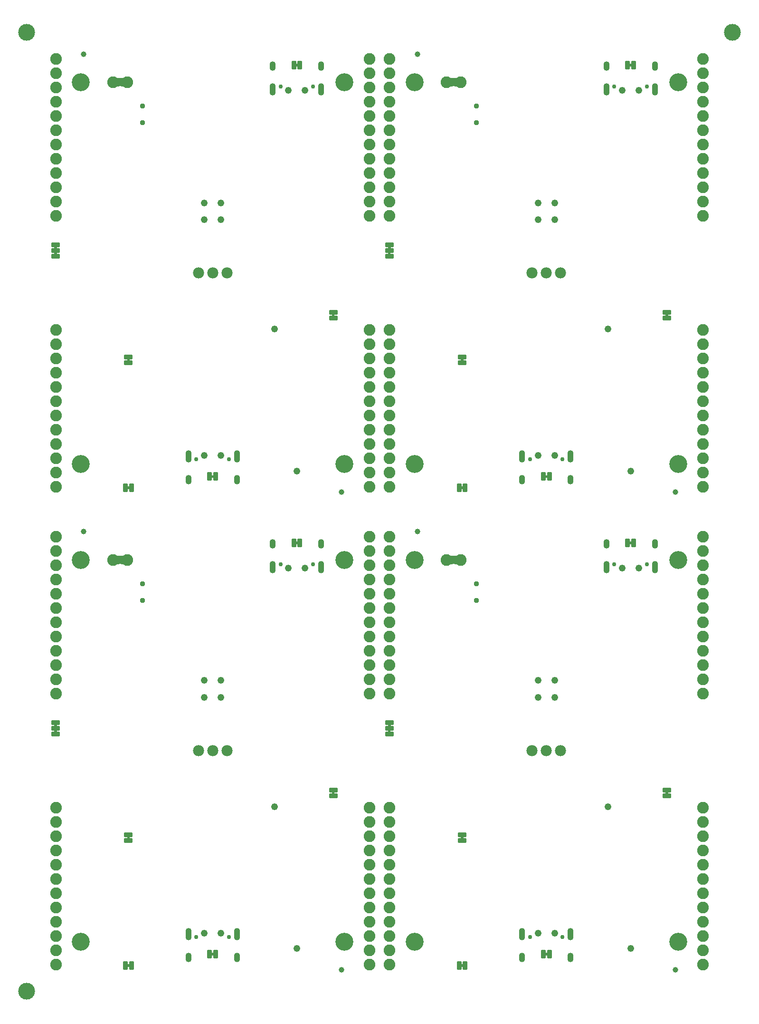
<source format=gbs>
%TF.GenerationSoftware,KiCad,Pcbnew,8.0.5*%
%TF.CreationDate,2024-11-04T11:07:50-07:00*%
%TF.ProjectId,SparkFun_IoT_Node_LoRaWAN_panelized,53706172-6b46-4756-9e5f-496f545f4e6f,v10*%
%TF.SameCoordinates,Original*%
%TF.FileFunction,Soldermask,Bot*%
%TF.FilePolarity,Negative*%
%FSLAX46Y46*%
G04 Gerber Fmt 4.6, Leading zero omitted, Abs format (unit mm)*
G04 Created by KiCad (PCBNEW 8.0.5) date 2024-11-04 11:07:50*
%MOMM*%
%LPD*%
G01*
G04 APERTURE LIST*
G04 Aperture macros list*
%AMRoundRect*
0 Rectangle with rounded corners*
0 $1 Rounding radius*
0 $2 $3 $4 $5 $6 $7 $8 $9 X,Y pos of 4 corners*
0 Add a 4 corners polygon primitive as box body*
4,1,4,$2,$3,$4,$5,$6,$7,$8,$9,$2,$3,0*
0 Add four circle primitives for the rounded corners*
1,1,$1+$1,$2,$3*
1,1,$1+$1,$4,$5*
1,1,$1+$1,$6,$7*
1,1,$1+$1,$8,$9*
0 Add four rect primitives between the rounded corners*
20,1,$1+$1,$2,$3,$4,$5,0*
20,1,$1+$1,$4,$5,$6,$7,0*
20,1,$1+$1,$6,$7,$8,$9,0*
20,1,$1+$1,$8,$9,$2,$3,0*%
G04 Aperture macros list end*
%ADD10C,0.000000*%
%ADD11C,3.200000*%
%ADD12C,2.082800*%
%ADD13C,0.750000*%
%ADD14O,1.100000X1.700000*%
%ADD15O,1.100000X2.200000*%
%ADD16C,1.979600*%
%ADD17C,0.950000*%
%ADD18RoundRect,0.609600X0.000010X0.000010X-0.000010X0.000010X-0.000010X-0.000010X0.000010X-0.000010X0*%
%ADD19RoundRect,0.101600X0.635000X-0.330200X0.635000X0.330200X-0.635000X0.330200X-0.635000X-0.330200X0*%
%ADD20RoundRect,0.101600X-0.635000X0.330200X-0.635000X-0.330200X0.635000X-0.330200X0.635000X0.330200X0*%
%ADD21C,1.000000*%
%ADD22RoundRect,0.101600X0.330200X0.635000X-0.330200X0.635000X-0.330200X-0.635000X0.330200X-0.635000X0*%
%ADD23RoundRect,0.101600X-0.317500X-0.635000X0.317500X-0.635000X0.317500X0.635000X-0.317500X0.635000X0*%
%ADD24C,3.000000*%
%ADD25RoundRect,0.101600X-0.330200X-0.635000X0.330200X-0.635000X0.330200X0.635000X-0.330200X0.635000X0*%
G04 APERTURE END LIST*
D10*
%TO.C,JP7*%
G36*
X31740500Y3225300D02*
G01*
X31259500Y3225300D01*
X31259500Y3733300D01*
X31740500Y3733300D01*
X31740500Y3225300D01*
G37*
G36*
X31763500Y4258000D02*
G01*
X31282500Y4258000D01*
X31282500Y4766000D01*
X31763500Y4766000D01*
X31763500Y4258000D01*
G37*
G36*
X31740500Y88305300D02*
G01*
X31259500Y88305300D01*
X31259500Y88813300D01*
X31740500Y88813300D01*
X31740500Y88305300D01*
G37*
G36*
X31763500Y89338000D02*
G01*
X31282500Y89338000D01*
X31282500Y89846000D01*
X31763500Y89846000D01*
X31763500Y89338000D01*
G37*
G36*
X-27759500Y88305300D02*
G01*
X-28240500Y88305300D01*
X-28240500Y88813300D01*
X-27759500Y88813300D01*
X-27759500Y88305300D01*
G37*
G36*
X-27736500Y89338000D02*
G01*
X-28217500Y89338000D01*
X-28217500Y89846000D01*
X-27736500Y89846000D01*
X-27736500Y89338000D01*
G37*
G36*
X-27759500Y3225300D02*
G01*
X-28240500Y3225300D01*
X-28240500Y3733300D01*
X-27759500Y3733300D01*
X-27759500Y3225300D01*
G37*
G36*
X-27736500Y4258000D02*
G01*
X-28217500Y4258000D01*
X-28217500Y4766000D01*
X-27736500Y4766000D01*
X-27736500Y4258000D01*
G37*
%TO.C,JP1*%
G36*
X254000Y48589500D02*
G01*
X-254000Y48589500D01*
X-254000Y49070500D01*
X254000Y49070500D01*
X254000Y48589500D01*
G37*
G36*
X59754000Y-36490500D02*
G01*
X59246000Y-36490500D01*
X59246000Y-36009500D01*
X59754000Y-36009500D01*
X59754000Y-36490500D01*
G37*
G36*
X59754000Y48589500D02*
G01*
X59246000Y48589500D01*
X59246000Y49070500D01*
X59754000Y49070500D01*
X59754000Y48589500D01*
G37*
G36*
X254000Y-36490500D02*
G01*
X-254000Y-36490500D01*
X-254000Y-36009500D01*
X254000Y-36009500D01*
X254000Y-36490500D01*
G37*
%TO.C,JP2*%
G36*
X-16256000Y118356100D02*
G01*
X-16764000Y118356100D01*
X-16764000Y119803900D01*
X-16256000Y119803900D01*
X-16256000Y118356100D01*
G37*
G36*
X43244000Y118356100D02*
G01*
X42736000Y118356100D01*
X42736000Y119803900D01*
X43244000Y119803900D01*
X43244000Y118356100D01*
G37*
G36*
X43244000Y33276100D02*
G01*
X42736000Y33276100D01*
X42736000Y34723900D01*
X43244000Y34723900D01*
X43244000Y33276100D01*
G37*
G36*
X-16256000Y33276100D02*
G01*
X-16764000Y33276100D01*
X-16764000Y34723900D01*
X-16256000Y34723900D01*
X-16256000Y33276100D01*
G37*
%TO.C,JP4*%
G36*
X81240500Y-7754000D02*
G01*
X80759500Y-7754000D01*
X80759500Y-7246000D01*
X81240500Y-7246000D01*
X81240500Y-7754000D01*
G37*
G36*
X21740500Y77326000D02*
G01*
X21259500Y77326000D01*
X21259500Y77834000D01*
X21740500Y77834000D01*
X21740500Y77326000D01*
G37*
G36*
X81240500Y77326000D02*
G01*
X80759500Y77326000D01*
X80759500Y77834000D01*
X81240500Y77834000D01*
X81240500Y77326000D01*
G37*
G36*
X21740500Y-7754000D02*
G01*
X21259500Y-7754000D01*
X21259500Y-7246000D01*
X21740500Y-7246000D01*
X21740500Y-7754000D01*
G37*
%TO.C,JP3*%
G36*
X15254000Y121839500D02*
G01*
X14746000Y121839500D01*
X14746000Y122320500D01*
X15254000Y122320500D01*
X15254000Y121839500D01*
G37*
G36*
X74754000Y36759500D02*
G01*
X74246000Y36759500D01*
X74246000Y37240500D01*
X74754000Y37240500D01*
X74754000Y36759500D01*
G37*
G36*
X74754000Y121839500D02*
G01*
X74246000Y121839500D01*
X74246000Y122320500D01*
X74754000Y122320500D01*
X74754000Y121839500D01*
G37*
G36*
X15254000Y36759500D02*
G01*
X14746000Y36759500D01*
X14746000Y37240500D01*
X15254000Y37240500D01*
X15254000Y36759500D01*
G37*
%TO.C,JP6*%
G36*
X44754000Y-38490500D02*
G01*
X44246000Y-38490500D01*
X44246000Y-38009500D01*
X44754000Y-38009500D01*
X44754000Y-38490500D01*
G37*
G36*
X44754000Y46589500D02*
G01*
X44246000Y46589500D01*
X44246000Y47070500D01*
X44754000Y47070500D01*
X44754000Y46589500D01*
G37*
G36*
X-14746000Y46589500D02*
G01*
X-15254000Y46589500D01*
X-15254000Y47070500D01*
X-14746000Y47070500D01*
X-14746000Y46589500D01*
G37*
G36*
X-14746000Y-38490500D02*
G01*
X-15254000Y-38490500D01*
X-15254000Y-38009500D01*
X-14746000Y-38009500D01*
X-14746000Y-38490500D01*
G37*
%TO.C,JP5*%
G36*
X-14759500Y69326000D02*
G01*
X-15240500Y69326000D01*
X-15240500Y69834000D01*
X-14759500Y69834000D01*
X-14759500Y69326000D01*
G37*
G36*
X44740500Y-15754000D02*
G01*
X44259500Y-15754000D01*
X44259500Y-15246000D01*
X44740500Y-15246000D01*
X44740500Y-15754000D01*
G37*
G36*
X44740500Y69326000D02*
G01*
X44259500Y69326000D01*
X44259500Y69834000D01*
X44740500Y69834000D01*
X44740500Y69326000D01*
G37*
G36*
X-14759500Y-15754000D02*
G01*
X-15240500Y-15754000D01*
X-15240500Y-15246000D01*
X-14759500Y-15246000D01*
X-14759500Y-15754000D01*
G37*
%TD*%
D11*
%TO.C,ST2*%
X23500000Y51080000D03*
%TD*%
%TO.C,ST2*%
X83000000Y51080000D03*
%TD*%
%TO.C,ST2*%
X83000000Y-34000000D03*
%TD*%
%TO.C,ST2*%
X23500000Y-34000000D03*
%TD*%
D12*
%TO.C,J7*%
X87440000Y-10160000D03*
X87440000Y-12700000D03*
X87440000Y-15240000D03*
X87440000Y-17780000D03*
X87440000Y-20320000D03*
X87440000Y-22860000D03*
X87440000Y-25400000D03*
X87440000Y-27940000D03*
X87440000Y-30480000D03*
X87440000Y-33020000D03*
X87440000Y-35560000D03*
X87440000Y-38100000D03*
%TD*%
%TO.C,J7*%
X87440000Y74920000D03*
X87440000Y72380000D03*
X87440000Y69840000D03*
X87440000Y67300000D03*
X87440000Y64760000D03*
X87440000Y62220000D03*
X87440000Y59680000D03*
X87440000Y57140000D03*
X87440000Y54600000D03*
X87440000Y52060000D03*
X87440000Y49520000D03*
X87440000Y46980000D03*
%TD*%
%TO.C,J7*%
X27940000Y74920000D03*
X27940000Y72380000D03*
X27940000Y69840000D03*
X27940000Y67300000D03*
X27940000Y64760000D03*
X27940000Y62220000D03*
X27940000Y59680000D03*
X27940000Y57140000D03*
X27940000Y54600000D03*
X27940000Y52060000D03*
X27940000Y49520000D03*
X27940000Y46980000D03*
%TD*%
%TO.C,J7*%
X27940000Y-10160000D03*
X27940000Y-12700000D03*
X27940000Y-15240000D03*
X27940000Y-17780000D03*
X27940000Y-20320000D03*
X27940000Y-22860000D03*
X27940000Y-25400000D03*
X27940000Y-27940000D03*
X27940000Y-30480000D03*
X27940000Y-33020000D03*
X27940000Y-35560000D03*
X27940000Y-38100000D03*
%TD*%
D13*
%TO.C,J1*%
X56610000Y-33195000D03*
X62390000Y-33195000D03*
D14*
X55182000Y-36845000D03*
D15*
X55182000Y-32665000D03*
X63818000Y-32665000D03*
D14*
X63818000Y-36845000D03*
%TD*%
D13*
%TO.C,J1*%
X-2890000Y51885000D03*
X2890000Y51885000D03*
D14*
X-4318000Y48235000D03*
D15*
X-4318000Y52415000D03*
X4318000Y52415000D03*
D14*
X4318000Y48235000D03*
%TD*%
D13*
%TO.C,J1*%
X56610000Y51885000D03*
X62390000Y51885000D03*
D14*
X55182000Y48235000D03*
D15*
X55182000Y52415000D03*
X63818000Y52415000D03*
D14*
X63818000Y48235000D03*
%TD*%
D13*
%TO.C,J1*%
X-2890000Y-33195000D03*
X2890000Y-33195000D03*
D14*
X-4318000Y-36845000D03*
D15*
X-4318000Y-32665000D03*
X4318000Y-32665000D03*
D14*
X4318000Y-36845000D03*
%TD*%
D11*
%TO.C,ST4*%
X36000000Y119080000D03*
%TD*%
%TO.C,ST4*%
X-23500000Y119080000D03*
%TD*%
%TO.C,ST4*%
X36000000Y34000000D03*
%TD*%
%TO.C,ST4*%
X-23500000Y34000000D03*
%TD*%
D12*
%TO.C,J8*%
X27940000Y123180000D03*
X27940000Y120640000D03*
X27940000Y118100000D03*
X27940000Y115560000D03*
X27940000Y113020000D03*
X27940000Y110480000D03*
X27940000Y107940000D03*
X27940000Y105400000D03*
X27940000Y102860000D03*
X27940000Y100320000D03*
X27940000Y97780000D03*
X27940000Y95240000D03*
%TD*%
%TO.C,J8*%
X87440000Y38100000D03*
X87440000Y35560000D03*
X87440000Y33020000D03*
X87440000Y30480000D03*
X87440000Y27940000D03*
X87440000Y25400000D03*
X87440000Y22860000D03*
X87440000Y20320000D03*
X87440000Y17780000D03*
X87440000Y15240000D03*
X87440000Y12700000D03*
X87440000Y10160000D03*
%TD*%
%TO.C,J8*%
X87440000Y123180000D03*
X87440000Y120640000D03*
X87440000Y118100000D03*
X87440000Y115560000D03*
X87440000Y113020000D03*
X87440000Y110480000D03*
X87440000Y107940000D03*
X87440000Y105400000D03*
X87440000Y102860000D03*
X87440000Y100320000D03*
X87440000Y97780000D03*
X87440000Y95240000D03*
%TD*%
%TO.C,J8*%
X27940000Y38100000D03*
X27940000Y35560000D03*
X27940000Y33020000D03*
X27940000Y30480000D03*
X27940000Y27940000D03*
X27940000Y25400000D03*
X27940000Y22860000D03*
X27940000Y20320000D03*
X27940000Y17780000D03*
X27940000Y15240000D03*
X27940000Y12700000D03*
X27940000Y10160000D03*
%TD*%
D16*
%TO.C,J2*%
X62040000Y0D03*
X59500000Y0D03*
X56960000Y0D03*
%TD*%
%TO.C,J2*%
X62040000Y85080000D03*
X59500000Y85080000D03*
X56960000Y85080000D03*
%TD*%
%TO.C,J2*%
X2540000Y85080000D03*
X0Y85080000D03*
X-2540000Y85080000D03*
%TD*%
%TO.C,J2*%
X2540000Y0D03*
X0Y0D03*
X-2540000Y0D03*
%TD*%
D17*
%TO.C,SW1*%
X47000000Y29750000D03*
X47000000Y26750000D03*
%TD*%
%TO.C,SW1*%
X47000000Y114830000D03*
X47000000Y111830000D03*
%TD*%
%TO.C,SW1*%
X-12500000Y114830000D03*
X-12500000Y111830000D03*
%TD*%
%TO.C,SW1*%
X-12500000Y29750000D03*
X-12500000Y26750000D03*
%TD*%
D13*
%TO.C,J3*%
X77390000Y33195000D03*
X71610000Y33195000D03*
D14*
X78818000Y36845000D03*
D15*
X78818000Y32665000D03*
X70182000Y32665000D03*
D14*
X70182000Y36845000D03*
%TD*%
D13*
%TO.C,J3*%
X17890000Y118275000D03*
X12110000Y118275000D03*
D14*
X19318000Y121925000D03*
D15*
X19318000Y117745000D03*
X10682000Y117745000D03*
D14*
X10682000Y121925000D03*
%TD*%
D13*
%TO.C,J3*%
X77390000Y118275000D03*
X71610000Y118275000D03*
D14*
X78818000Y121925000D03*
D15*
X78818000Y117745000D03*
X70182000Y117745000D03*
D14*
X70182000Y121925000D03*
%TD*%
D13*
%TO.C,J3*%
X17890000Y33195000D03*
X12110000Y33195000D03*
D14*
X19318000Y36845000D03*
D15*
X19318000Y32665000D03*
X10682000Y32665000D03*
D14*
X10682000Y36845000D03*
%TD*%
D11*
%TO.C,ST1*%
X36000000Y-34000000D03*
%TD*%
%TO.C,ST1*%
X-23500000Y51080000D03*
%TD*%
%TO.C,ST1*%
X36000000Y51080000D03*
%TD*%
%TO.C,ST1*%
X-23500000Y-34000000D03*
%TD*%
D12*
%TO.C,J6*%
X31560000Y123180000D03*
X31560000Y120640000D03*
X31560000Y118100000D03*
X31560000Y115560000D03*
X31560000Y113020000D03*
X31560000Y110480000D03*
X31560000Y107940000D03*
X31560000Y105400000D03*
X31560000Y102860000D03*
X31560000Y100320000D03*
X31560000Y97780000D03*
X31560000Y95240000D03*
%TD*%
%TO.C,J6*%
X-27940000Y123180000D03*
X-27940000Y120640000D03*
X-27940000Y118100000D03*
X-27940000Y115560000D03*
X-27940000Y113020000D03*
X-27940000Y110480000D03*
X-27940000Y107940000D03*
X-27940000Y105400000D03*
X-27940000Y102860000D03*
X-27940000Y100320000D03*
X-27940000Y97780000D03*
X-27940000Y95240000D03*
%TD*%
%TO.C,J6*%
X31560000Y38100000D03*
X31560000Y35560000D03*
X31560000Y33020000D03*
X31560000Y30480000D03*
X31560000Y27940000D03*
X31560000Y25400000D03*
X31560000Y22860000D03*
X31560000Y20320000D03*
X31560000Y17780000D03*
X31560000Y15240000D03*
X31560000Y12700000D03*
X31560000Y10160000D03*
%TD*%
%TO.C,J6*%
X-27940000Y38100000D03*
X-27940000Y35560000D03*
X-27940000Y33020000D03*
X-27940000Y30480000D03*
X-27940000Y27940000D03*
X-27940000Y25400000D03*
X-27940000Y22860000D03*
X-27940000Y20320000D03*
X-27940000Y17780000D03*
X-27940000Y15240000D03*
X-27940000Y12700000D03*
X-27940000Y10160000D03*
%TD*%
D11*
%TO.C,ST3*%
X23500000Y119080000D03*
%TD*%
%TO.C,ST3*%
X83000000Y119080000D03*
%TD*%
%TO.C,ST3*%
X83000000Y34000000D03*
%TD*%
%TO.C,ST3*%
X23500000Y34000000D03*
%TD*%
D12*
%TO.C,J5*%
X-27940000Y74920000D03*
X-27940000Y72380000D03*
X-27940000Y69840000D03*
X-27940000Y67300000D03*
X-27940000Y64760000D03*
X-27940000Y62220000D03*
X-27940000Y59680000D03*
X-27940000Y57140000D03*
X-27940000Y54600000D03*
X-27940000Y52060000D03*
X-27940000Y49520000D03*
X-27940000Y46980000D03*
%TD*%
%TO.C,J5*%
X31560000Y-10160000D03*
X31560000Y-12700000D03*
X31560000Y-15240000D03*
X31560000Y-17780000D03*
X31560000Y-20320000D03*
X31560000Y-22860000D03*
X31560000Y-25400000D03*
X31560000Y-27940000D03*
X31560000Y-30480000D03*
X31560000Y-33020000D03*
X31560000Y-35560000D03*
X31560000Y-38100000D03*
%TD*%
%TO.C,J5*%
X31560000Y74920000D03*
X31560000Y72380000D03*
X31560000Y69840000D03*
X31560000Y67300000D03*
X31560000Y64760000D03*
X31560000Y62220000D03*
X31560000Y59680000D03*
X31560000Y57140000D03*
X31560000Y54600000D03*
X31560000Y52060000D03*
X31560000Y49520000D03*
X31560000Y46980000D03*
%TD*%
%TO.C,J5*%
X-27940000Y-10160000D03*
X-27940000Y-12700000D03*
X-27940000Y-15240000D03*
X-27940000Y-17780000D03*
X-27940000Y-20320000D03*
X-27940000Y-22860000D03*
X-27940000Y-25400000D03*
X-27940000Y-27940000D03*
X-27940000Y-30480000D03*
X-27940000Y-33020000D03*
X-27940000Y-35560000D03*
X-27940000Y-38100000D03*
%TD*%
D18*
%TO.C,TP4*%
X61000000Y-32500000D03*
%TD*%
%TO.C,TP4*%
X1500000Y52580000D03*
%TD*%
%TO.C,TP4*%
X61000000Y52580000D03*
%TD*%
%TO.C,TP4*%
X1500000Y-32500000D03*
%TD*%
D19*
%TO.C,JP7*%
X31500000Y2958600D03*
X31500000Y4000000D03*
D20*
X31500000Y5041400D03*
%TD*%
D19*
%TO.C,JP7*%
X31500000Y88038600D03*
X31500000Y89080000D03*
D20*
X31500000Y90121400D03*
%TD*%
D19*
%TO.C,JP7*%
X-28000000Y88038600D03*
X-28000000Y89080000D03*
D20*
X-28000000Y90121400D03*
%TD*%
D19*
%TO.C,JP7*%
X-28000000Y2958600D03*
X-28000000Y4000000D03*
D20*
X-28000000Y5041400D03*
%TD*%
D18*
%TO.C,TP5*%
X61000000Y9500000D03*
%TD*%
%TO.C,TP5*%
X1500000Y94580000D03*
%TD*%
%TO.C,TP5*%
X61000000Y94580000D03*
%TD*%
%TO.C,TP5*%
X1500000Y9500000D03*
%TD*%
D21*
%TO.C,FID3*%
X36500000Y124080000D03*
%TD*%
%TO.C,FID3*%
X36500000Y39000000D03*
%TD*%
%TO.C,FID3*%
X-23000000Y124080000D03*
%TD*%
%TO.C,FID3*%
X-23000000Y39000000D03*
%TD*%
D22*
%TO.C,JP1*%
X520700Y48830000D03*
X-520700Y48830000D03*
%TD*%
%TO.C,JP1*%
X60020700Y-36250000D03*
X58979300Y-36250000D03*
%TD*%
%TO.C,JP1*%
X60020700Y48830000D03*
X58979300Y48830000D03*
%TD*%
%TO.C,JP1*%
X520700Y-36250000D03*
X-520700Y-36250000D03*
%TD*%
D12*
%TO.C,JP2*%
X-17780000Y119080000D03*
D23*
X-17018000Y119080000D03*
X-16002000Y119080000D03*
D12*
X-15240000Y119080000D03*
%TD*%
%TO.C,JP2*%
X41720000Y119080000D03*
D23*
X42482000Y119080000D03*
X43498000Y119080000D03*
D12*
X44260000Y119080000D03*
%TD*%
%TO.C,JP2*%
X41720000Y34000000D03*
D23*
X42482000Y34000000D03*
X43498000Y34000000D03*
D12*
X44260000Y34000000D03*
%TD*%
%TO.C,JP2*%
X-17780000Y34000000D03*
D23*
X-17018000Y34000000D03*
X-16002000Y34000000D03*
D12*
X-15240000Y34000000D03*
%TD*%
D18*
%TO.C,TP2*%
X70500000Y75080000D03*
%TD*%
%TO.C,TP2*%
X11000000Y75080000D03*
%TD*%
%TO.C,TP2*%
X70500000Y-10000000D03*
%TD*%
%TO.C,TP2*%
X11000000Y-10000000D03*
%TD*%
%TO.C,TP9*%
X76000000Y32500000D03*
%TD*%
%TO.C,TP9*%
X16500000Y117580000D03*
%TD*%
%TO.C,TP9*%
X76000000Y117580000D03*
%TD*%
%TO.C,TP9*%
X16500000Y32500000D03*
%TD*%
D21*
%TO.C,FID2*%
X23000000Y46080000D03*
%TD*%
%TO.C,FID2*%
X82500000Y-39000000D03*
%TD*%
%TO.C,FID2*%
X82500000Y46080000D03*
%TD*%
%TO.C,FID2*%
X23000000Y-39000000D03*
%TD*%
D24*
%TO.C,*%
X92675000Y127910000D03*
%TD*%
D18*
%TO.C,TP8*%
X61000000Y97580000D03*
%TD*%
%TO.C,TP8*%
X61000000Y12500000D03*
%TD*%
%TO.C,TP8*%
X1500000Y97580000D03*
%TD*%
%TO.C,TP8*%
X1500000Y12500000D03*
%TD*%
%TO.C,TP6*%
X-1500000Y94580000D03*
%TD*%
%TO.C,TP6*%
X58000000Y9500000D03*
%TD*%
%TO.C,TP6*%
X58000000Y94580000D03*
%TD*%
%TO.C,TP6*%
X-1500000Y9500000D03*
%TD*%
%TO.C,TP7*%
X58000000Y97580000D03*
%TD*%
%TO.C,TP7*%
X58000000Y12500000D03*
%TD*%
%TO.C,TP7*%
X-1500000Y97580000D03*
%TD*%
%TO.C,TP7*%
X-1500000Y12500000D03*
%TD*%
D19*
%TO.C,JP4*%
X81000000Y-8020700D03*
X81000000Y-6979300D03*
%TD*%
%TO.C,JP4*%
X21500000Y77059300D03*
X21500000Y78100700D03*
%TD*%
%TO.C,JP4*%
X81000000Y77059300D03*
X81000000Y78100700D03*
%TD*%
%TO.C,JP4*%
X21500000Y-8020700D03*
X21500000Y-6979300D03*
%TD*%
D18*
%TO.C,TP10*%
X73000000Y32500000D03*
%TD*%
%TO.C,TP10*%
X73000000Y117580000D03*
%TD*%
%TO.C,TP10*%
X13500000Y117580000D03*
%TD*%
%TO.C,TP10*%
X13500000Y32500000D03*
%TD*%
%TO.C,TP1*%
X15000000Y49830000D03*
%TD*%
%TO.C,TP1*%
X74500000Y-35250000D03*
%TD*%
%TO.C,TP1*%
X74500000Y49830000D03*
%TD*%
%TO.C,TP1*%
X15000000Y-35250000D03*
%TD*%
D25*
%TO.C,JP3*%
X14479300Y122080000D03*
X15520700Y122080000D03*
%TD*%
%TO.C,JP3*%
X73979300Y37000000D03*
X75020700Y37000000D03*
%TD*%
%TO.C,JP3*%
X73979300Y122080000D03*
X75020700Y122080000D03*
%TD*%
%TO.C,JP3*%
X14479300Y37000000D03*
X15520700Y37000000D03*
%TD*%
D24*
%TO.C,*%
X-33175000Y127910000D03*
%TD*%
D25*
%TO.C,JP6*%
X43979300Y-38250000D03*
X45020700Y-38250000D03*
%TD*%
%TO.C,JP6*%
X43979300Y46830000D03*
X45020700Y46830000D03*
%TD*%
%TO.C,JP6*%
X-15520700Y46830000D03*
X-14479300Y46830000D03*
%TD*%
%TO.C,JP6*%
X-15520700Y-38250000D03*
X-14479300Y-38250000D03*
%TD*%
D24*
%TO.C,*%
X-33175000Y-42830000D03*
%TD*%
D19*
%TO.C,JP5*%
X-15000000Y69059300D03*
X-15000000Y70100700D03*
%TD*%
%TO.C,JP5*%
X44500000Y-16020700D03*
X44500000Y-14979300D03*
%TD*%
%TO.C,JP5*%
X44500000Y69059300D03*
X44500000Y70100700D03*
%TD*%
%TO.C,JP5*%
X-15000000Y-16020700D03*
X-15000000Y-14979300D03*
%TD*%
D18*
%TO.C,TP3*%
X-1500000Y52580000D03*
%TD*%
%TO.C,TP3*%
X58000000Y-32500000D03*
%TD*%
%TO.C,TP3*%
X58000000Y52580000D03*
%TD*%
%TO.C,TP3*%
X-1500000Y-32500000D03*
%TD*%
M02*

</source>
